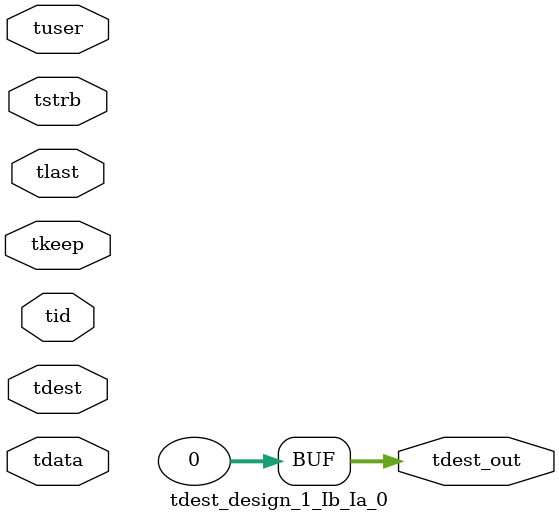
<source format=v>


`timescale 1ps/1ps

module tdest_design_1_Ib_Ia_0 #
(
parameter C_S_AXIS_TDATA_WIDTH = 32,
parameter C_S_AXIS_TUSER_WIDTH = 0,
parameter C_S_AXIS_TID_WIDTH   = 0,
parameter C_S_AXIS_TDEST_WIDTH = 0,
parameter C_M_AXIS_TDEST_WIDTH = 32
)
(
input  [(C_S_AXIS_TDATA_WIDTH == 0 ? 1 : C_S_AXIS_TDATA_WIDTH)-1:0     ] tdata,
input  [(C_S_AXIS_TUSER_WIDTH == 0 ? 1 : C_S_AXIS_TUSER_WIDTH)-1:0     ] tuser,
input  [(C_S_AXIS_TID_WIDTH   == 0 ? 1 : C_S_AXIS_TID_WIDTH)-1:0       ] tid,
input  [(C_S_AXIS_TDEST_WIDTH == 0 ? 1 : C_S_AXIS_TDEST_WIDTH)-1:0     ] tdest,
input  [(C_S_AXIS_TDATA_WIDTH/8)-1:0 ] tkeep,
input  [(C_S_AXIS_TDATA_WIDTH/8)-1:0 ] tstrb,
input                                                                    tlast,
output [C_M_AXIS_TDEST_WIDTH-1:0] tdest_out
);

assign tdest_out = {1'b0};

endmodule


</source>
